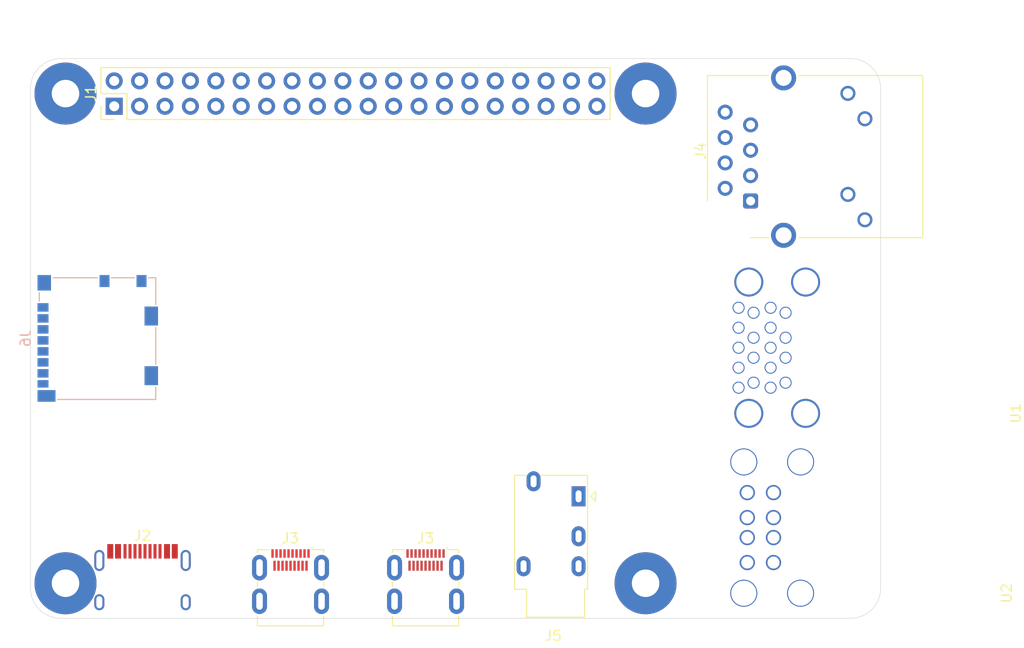
<source format=kicad_pcb>
(kicad_pcb (version 20171130) (host pcbnew "(5.1.9)-1")

  (general
    (thickness 1.6)
    (drawings 8)
    (tracks 4)
    (zones 0)
    (modules 9)
    (nets 21)
  )

  (page A4)
  (layers
    (0 F.Cu signal)
    (31 B.Cu signal)
    (32 B.Adhes user)
    (33 F.Adhes user)
    (34 B.Paste user)
    (35 F.Paste user)
    (36 B.SilkS user)
    (37 F.SilkS user)
    (38 B.Mask user)
    (39 F.Mask user)
    (40 Dwgs.User user)
    (41 Cmts.User user)
    (42 Eco1.User user)
    (43 Eco2.User user)
    (44 Edge.Cuts user)
    (45 Margin user)
    (46 B.CrtYd user)
    (47 F.CrtYd user)
    (48 B.Fab user)
    (49 F.Fab user)
  )

  (setup
    (last_trace_width 0.25)
    (trace_clearance 0.2)
    (zone_clearance 0.508)
    (zone_45_only no)
    (trace_min 0.2)
    (via_size 0.8)
    (via_drill 0.4)
    (via_min_size 0.4)
    (via_min_drill 0.3)
    (uvia_size 0.3)
    (uvia_drill 0.1)
    (uvias_allowed no)
    (uvia_min_size 0.2)
    (uvia_min_drill 0.1)
    (edge_width 0.05)
    (segment_width 0.2)
    (pcb_text_width 0.3)
    (pcb_text_size 1.5 1.5)
    (mod_edge_width 0.12)
    (mod_text_size 1 1)
    (mod_text_width 0.15)
    (pad_size 1.524 1.524)
    (pad_drill 0.762)
    (pad_to_mask_clearance 0)
    (aux_axis_origin 0 0)
    (visible_elements 7FFFFFFF)
    (pcbplotparams
      (layerselection 0x010fc_ffffffff)
      (usegerberextensions false)
      (usegerberattributes true)
      (usegerberadvancedattributes true)
      (creategerberjobfile true)
      (excludeedgelayer true)
      (linewidth 0.100000)
      (plotframeref false)
      (viasonmask false)
      (mode 1)
      (useauxorigin false)
      (hpglpennumber 1)
      (hpglpenspeed 20)
      (hpglpendiameter 15.000000)
      (psnegative false)
      (psa4output false)
      (plotreference true)
      (plotvalue true)
      (plotinvisibletext false)
      (padsonsilk false)
      (subtractmaskfromsilk false)
      (outputformat 1)
      (mirror false)
      (drillshape 1)
      (scaleselection 1)
      (outputdirectory ""))
  )

  (net 0 "")
  (net 1 "Net-(J3-Pad18)")
  (net 2 "Net-(J3-Pad16)")
  (net 3 "Net-(J3-Pad14)")
  (net 4 "Net-(J3-Pad12)")
  (net 5 "Net-(J3-Pad10)")
  (net 6 "Net-(J3-Pad8)")
  (net 7 "Net-(J3-Pad6)")
  (net 8 "Net-(J3-Pad4)")
  (net 9 "Net-(J3-Pad2)")
  (net 10 "Net-(J3-Pad19)")
  (net 11 "Net-(J3-Pad17)")
  (net 12 "Net-(J3-Pad15)")
  (net 13 "Net-(J3-Pad13)")
  (net 14 "Net-(J3-Pad11)")
  (net 15 "Net-(J3-Pad9)")
  (net 16 "Net-(J3-Pad7)")
  (net 17 "Net-(J3-Pad5)")
  (net 18 "Net-(J3-Pad3)")
  (net 19 "Net-(J3-Pad1)")
  (net 20 "Net-(J3-PadSH)")

  (net_class Default "This is the default net class."
    (clearance 0.2)
    (trace_width 0.25)
    (via_dia 0.8)
    (via_drill 0.4)
    (uvia_dia 0.3)
    (uvia_drill 0.1)
    (add_net "Net-(J1-Pad1)")
    (add_net "Net-(J1-Pad10)")
    (add_net "Net-(J1-Pad11)")
    (add_net "Net-(J1-Pad12)")
    (add_net "Net-(J1-Pad13)")
    (add_net "Net-(J1-Pad14)")
    (add_net "Net-(J1-Pad15)")
    (add_net "Net-(J1-Pad16)")
    (add_net "Net-(J1-Pad17)")
    (add_net "Net-(J1-Pad18)")
    (add_net "Net-(J1-Pad19)")
    (add_net "Net-(J1-Pad2)")
    (add_net "Net-(J1-Pad20)")
    (add_net "Net-(J1-Pad21)")
    (add_net "Net-(J1-Pad22)")
    (add_net "Net-(J1-Pad23)")
    (add_net "Net-(J1-Pad24)")
    (add_net "Net-(J1-Pad25)")
    (add_net "Net-(J1-Pad26)")
    (add_net "Net-(J1-Pad27)")
    (add_net "Net-(J1-Pad28)")
    (add_net "Net-(J1-Pad29)")
    (add_net "Net-(J1-Pad3)")
    (add_net "Net-(J1-Pad30)")
    (add_net "Net-(J1-Pad31)")
    (add_net "Net-(J1-Pad32)")
    (add_net "Net-(J1-Pad33)")
    (add_net "Net-(J1-Pad34)")
    (add_net "Net-(J1-Pad35)")
    (add_net "Net-(J1-Pad36)")
    (add_net "Net-(J1-Pad37)")
    (add_net "Net-(J1-Pad38)")
    (add_net "Net-(J1-Pad39)")
    (add_net "Net-(J1-Pad4)")
    (add_net "Net-(J1-Pad40)")
    (add_net "Net-(J1-Pad5)")
    (add_net "Net-(J1-Pad6)")
    (add_net "Net-(J1-Pad7)")
    (add_net "Net-(J1-Pad8)")
    (add_net "Net-(J1-Pad9)")
    (add_net "Net-(J2-Pad1)")
    (add_net "Net-(J2-Pad10)")
    (add_net "Net-(J2-Pad11)")
    (add_net "Net-(J2-Pad12)")
    (add_net "Net-(J2-Pad2)")
    (add_net "Net-(J2-Pad3)")
    (add_net "Net-(J2-Pad4)")
    (add_net "Net-(J2-Pad5)")
    (add_net "Net-(J2-Pad6)")
    (add_net "Net-(J2-Pad7)")
    (add_net "Net-(J2-Pad8)")
    (add_net "Net-(J2-Pad9)")
    (add_net "Net-(J3-Pad1)")
    (add_net "Net-(J3-Pad10)")
    (add_net "Net-(J3-Pad11)")
    (add_net "Net-(J3-Pad12)")
    (add_net "Net-(J3-Pad13)")
    (add_net "Net-(J3-Pad14)")
    (add_net "Net-(J3-Pad15)")
    (add_net "Net-(J3-Pad16)")
    (add_net "Net-(J3-Pad17)")
    (add_net "Net-(J3-Pad18)")
    (add_net "Net-(J3-Pad19)")
    (add_net "Net-(J3-Pad2)")
    (add_net "Net-(J3-Pad3)")
    (add_net "Net-(J3-Pad4)")
    (add_net "Net-(J3-Pad5)")
    (add_net "Net-(J3-Pad6)")
    (add_net "Net-(J3-Pad7)")
    (add_net "Net-(J3-Pad8)")
    (add_net "Net-(J3-Pad9)")
    (add_net "Net-(J3-PadSH)")
    (add_net "Net-(J4-Pad1)")
    (add_net "Net-(J4-Pad10)")
    (add_net "Net-(J4-Pad11)")
    (add_net "Net-(J4-Pad12)")
    (add_net "Net-(J4-Pad2)")
    (add_net "Net-(J4-Pad3)")
    (add_net "Net-(J4-Pad4)")
    (add_net "Net-(J4-Pad5)")
    (add_net "Net-(J4-Pad6)")
    (add_net "Net-(J4-Pad7)")
    (add_net "Net-(J4-Pad8)")
    (add_net "Net-(J4-Pad9)")
    (add_net "Net-(J5-PadR1)")
    (add_net "Net-(J5-PadR2)")
    (add_net "Net-(J5-PadS)")
    (add_net "Net-(J5-PadT)")
    (add_net "Net-(J6-Pad1)")
    (add_net "Net-(J6-Pad2)")
    (add_net "Net-(J6-Pad3)")
    (add_net "Net-(J6-Pad4)")
    (add_net "Net-(J6-Pad5)")
    (add_net "Net-(J6-Pad6)")
    (add_net "Net-(J6-Pad7)")
    (add_net "Net-(J6-Pad8)")
    (add_net "Net-(J6-Pad9)")
    (add_net "Net-(U1-Pad1)")
    (add_net "Net-(U1-Pad10)")
    (add_net "Net-(U1-Pad11)")
    (add_net "Net-(U1-Pad12)")
    (add_net "Net-(U1-Pad13)")
    (add_net "Net-(U1-Pad14)")
    (add_net "Net-(U1-Pad15)")
    (add_net "Net-(U1-Pad16)")
    (add_net "Net-(U1-Pad17)")
    (add_net "Net-(U1-Pad18)")
    (add_net "Net-(U1-Pad2)")
    (add_net "Net-(U1-Pad3)")
    (add_net "Net-(U1-Pad4)")
    (add_net "Net-(U1-Pad5)")
    (add_net "Net-(U1-Pad6)")
    (add_net "Net-(U1-Pad7)")
    (add_net "Net-(U1-Pad8)")
    (add_net "Net-(U1-Pad9)")
    (add_net "Net-(U2-PadA1)")
    (add_net "Net-(U2-PadA2)")
    (add_net "Net-(U2-PadA3)")
    (add_net "Net-(U2-PadA4)")
    (add_net "Net-(U2-PadB1)")
    (add_net "Net-(U2-PadB2)")
    (add_net "Net-(U2-PadB3)")
    (add_net "Net-(U2-PadB4)")
  )

  (module Connector_Card:microSD_HC_Molex_104031-0811 (layer B.Cu) (tedit 5D235007) (tstamp 606B59AB)
    (at 6.7 -28 270)
    (descr "1.10mm Pitch microSD Memory Card Connector, Surface Mount, Push-Pull Type, 1.42mm Height, with Detect Switch (https://www.molex.com/pdm_docs/sd/1040310811_sd.pdf)")
    (tags "microSD SD molex")
    (path /606B8FA6)
    (attr smd)
    (fp_text reference J6 (at 0 7.18 270) (layer B.SilkS)
      (effects (font (size 1 1) (thickness 0.15)) (justify mirror))
    )
    (fp_text value Micro_SD_Card (at 0 -7.39 270) (layer B.Fab)
      (effects (font (size 1 1) (thickness 0.15)) (justify mirror))
    )
    (fp_arc (start -4.905 9.2) (end -4.905 9.7) (angle 90) (layer B.Fab) (width 0.1))
    (fp_arc (start 5.095 9.2) (end 5.595 9.2) (angle 90) (layer B.Fab) (width 0.1))
    (fp_arc (start 5.2 5.4) (end 5.2 5.7) (angle 90) (layer B.Fab) (width 0.1))
    (fp_arc (start 4.4 4.8) (end 4.4 4.3) (angle 90) (layer B.Fab) (width 0.1))
    (fp_arc (start -3.26 4.8) (end -3.26 4.3) (angle -90) (layer B.Fab) (width 0.1))
    (fp_arc (start -4.26 5.2) (end -3.76 5.2) (angle 90) (layer B.Fab) (width 0.1))
    (fp_text user %R (at 0 0 270) (layer B.Fab)
      (effects (font (size 1 1) (thickness 0.15)) (justify mirror))
    )
    (fp_line (start -4.59 5.82) (end -3.73 5.82) (layer B.SilkS) (width 0.12))
    (fp_line (start 6.11 -5.82) (end 6.11 4) (layer B.SilkS) (width 0.12))
    (fp_line (start 4.88 -5.82) (end 6.11 -5.82) (layer B.SilkS) (width 0.12))
    (fp_line (start -1.09 -5.82) (end 2.58 -5.82) (layer B.SilkS) (width 0.12))
    (fp_line (start -6.07 -5.82) (end -3.39 -5.82) (layer B.SilkS) (width 0.12))
    (fp_line (start -6.07 -5.1) (end -6.07 -5.82) (layer B.SilkS) (width 0.12))
    (fp_line (start -6.07 -1.4) (end -6.07 -3.7) (layer B.SilkS) (width 0.12))
    (fp_line (start -6.07 4.45) (end -6.07 0) (layer B.SilkS) (width 0.12))
    (fp_line (start -4.905 9.7) (end 5.095 9.7) (layer B.Fab) (width 0.1))
    (fp_line (start 4.9 5.4) (end 4.9 4.8) (layer B.Fab) (width 0.1))
    (fp_line (start -5.955 5.7) (end -4.26 5.7) (layer B.Fab) (width 0.1))
    (fp_line (start -3.76 4.8) (end -3.76 5.2) (layer B.Fab) (width 0.1))
    (fp_line (start 4.4 4.3) (end -3.26 4.3) (layer B.Fab) (width 0.1))
    (fp_line (start 5.995 -5.7) (end -5.955 -5.7) (layer B.Fab) (width 0.1))
    (fp_line (start -5.955 5.7) (end -5.955 -5.7) (layer B.Fab) (width 0.1))
    (fp_line (start 5.995 5.7) (end 5.21 5.7) (layer B.Fab) (width 0.1))
    (fp_line (start 5.995 -5.7) (end 5.995 5.7) (layer B.Fab) (width 0.1))
    (fp_line (start 5.595 5.7) (end 5.595 9.2) (layer B.Fab) (width 0.1))
    (fp_line (start -5.405 9.2) (end -5.405 5.7) (layer B.Fab) (width 0.1))
    (fp_line (start 6.84 -6.55) (end -6.84 -6.55) (layer B.CrtYd) (width 0.05))
    (fp_line (start -6.84 -6.55) (end -6.84 6.5) (layer B.CrtYd) (width 0.05))
    (fp_line (start -6.84 6.5) (end 6.84 6.5) (layer B.CrtYd) (width 0.05))
    (fp_line (start 6.84 6.5) (end 6.84 -6.55) (layer B.CrtYd) (width 0.05))
    (pad 11 smd rect (at 3.73 -5.375 270) (size 1.9 1.35) (layers B.Cu B.Paste B.Mask))
    (pad 11 smd rect (at -2.24 -5.375 270) (size 1.9 1.35) (layers B.Cu B.Paste B.Mask))
    (pad 9 smd rect (at -5.74 -0.7 270) (size 1.2 1) (layers B.Cu B.Paste B.Mask))
    (pad 10 smd rect (at -5.74 -4.4 270) (size 1.2 1) (layers B.Cu B.Paste B.Mask))
    (pad 11 smd rect (at -5.565 5.325 270) (size 1.55 1.35) (layers B.Cu B.Paste B.Mask))
    (pad 11 smd rect (at 5.755 5.1 270) (size 1.17 1.8) (layers B.Cu B.Paste B.Mask))
    (pad 7 smd rect (at 3.495 5.45 270) (size 0.85 1.1) (layers B.Cu B.Paste B.Mask))
    (pad 6 smd rect (at 2.395 5.45 270) (size 0.85 1.1) (layers B.Cu B.Paste B.Mask))
    (pad 5 smd rect (at 1.295 5.45 270) (size 0.85 1.1) (layers B.Cu B.Paste B.Mask))
    (pad 4 smd rect (at 0.195 5.45 270) (size 0.85 1.1) (layers B.Cu B.Paste B.Mask))
    (pad 3 smd rect (at -0.905 5.45 270) (size 0.85 1.1) (layers B.Cu B.Paste B.Mask))
    (pad 2 smd rect (at -2.005 5.45 270) (size 0.85 1.1) (layers B.Cu B.Paste B.Mask))
    (pad 8 smd rect (at 4.545 5.45 270) (size 0.75 1.1) (layers B.Cu B.Paste B.Mask))
    (pad 1 smd rect (at -3.105 5.45 270) (size 0.85 1.1) (layers B.Cu B.Paste B.Mask))
    (model ${KISYS3DMOD}/Connector_Card.3dshapes/microSD_HC_Hirose_DM3D-SF.step
      (at (xyz 0 0 0))
      (scale (xyz 1 1 1))
      (rotate (xyz 0 0 180))
    )
  )

  (module Connector_Audio:Jack_3.5mm_PJ320E_Horizontal (layer F.Cu) (tedit 5BC12BA2) (tstamp 606B4BEF)
    (at 54.8 -12.2 180)
    (descr "Headphones with microphone connector, 3.5mm, 4 pins (http://www.qingpu-electronics.com/en/products/WQP-PJ320E-177.html)")
    (tags "3.5mm jack mic microphone phones headphones 4pins audio plug")
    (path /606B70D8)
    (fp_text reference J5 (at 2.54 -13.97) (layer F.SilkS)
      (effects (font (size 1 1) (thickness 0.15)))
    )
    (fp_text value AudioJack4_Ground (at 2.54 5.08) (layer F.Fab)
      (effects (font (size 1 1) (thickness 0.15)))
    )
    (fp_text user %R (at 2.54 -13.97) (layer F.Fab)
      (effects (font (size 1 1) (thickness 0.15)))
    )
    (fp_line (start -1.7 0.5) (end -1.2 0) (layer F.SilkS) (width 0.12))
    (fp_line (start -1.7 -0.5) (end -1.7 0.5) (layer F.SilkS) (width 0.12))
    (fp_line (start -1.2 0) (end -1.7 -0.5) (layer F.SilkS) (width 0.12))
    (fp_line (start 3.7 2) (end -0.8 2) (layer F.Fab) (width 0.1))
    (fp_line (start -0.8 2) (end -0.8 -9.2) (layer F.Fab) (width 0.1))
    (fp_line (start -0.8 -9.2) (end -0.5 -9.2) (layer F.Fab) (width 0.1))
    (fp_line (start -0.5 -9.2) (end -0.5 -12) (layer F.Fab) (width 0.1))
    (fp_line (start -0.5 -12) (end 5.1 -12) (layer F.Fab) (width 0.1))
    (fp_line (start 5.1 -12) (end 5.1 -9.2) (layer F.Fab) (width 0.1))
    (fp_line (start 5.1 -9.2) (end 6.3 -9.2) (layer F.Fab) (width 0.1))
    (fp_line (start 6.3 -9.2) (end 6.3 2) (layer F.Fab) (width 0.1))
    (fp_line (start 6.3 2) (end 5.3 2) (layer F.Fab) (width 0.1))
    (fp_line (start -0.9 -9.3) (end -0.9 2.1) (layer F.SilkS) (width 0.12))
    (fp_line (start -0.9 2.1) (end 3.7 2.1) (layer F.SilkS) (width 0.12))
    (fp_line (start 6.4 2.1) (end 5.3 2.1) (layer F.SilkS) (width 0.12))
    (fp_line (start -1.3 3) (end 6.8 3) (layer F.CrtYd) (width 0.05))
    (fp_line (start -1.3 -12.5) (end -1.3 3) (layer F.CrtYd) (width 0.05))
    (fp_line (start 6.8 -12.5) (end 6.8 3) (layer F.CrtYd) (width 0.05))
    (fp_line (start 5.2 -9.3) (end 6.4 -9.3) (layer F.SilkS) (width 0.12))
    (fp_line (start -0.9 -9.3) (end -0.6 -9.3) (layer F.SilkS) (width 0.12))
    (fp_line (start 5.2 -12.1) (end -0.6 -12.1) (layer F.SilkS) (width 0.12))
    (fp_line (start 6.4 -9.3) (end 6.4 2.1) (layer F.SilkS) (width 0.12))
    (fp_line (start 5.2 -9.3) (end 5.2 -12.1) (layer F.SilkS) (width 0.12))
    (fp_line (start -0.6 -9.3) (end -0.6 -12.1) (layer F.SilkS) (width 0.12))
    (fp_line (start -1.3 -12.5) (end 6.8 -12.5) (layer F.CrtYd) (width 0.05))
    (fp_circle (center 0.9 0) (end 1.2 0.15) (layer F.Fab) (width 0.12))
    (pad "" np_thru_hole circle (at 2.3 1.3 90) (size 1.2 1.2) (drill 1.2) (layers *.Cu *.Mask))
    (pad "" np_thru_hole circle (at 2.3 -5.7 90) (size 1.2 1.2) (drill 1.2) (layers *.Cu *.Mask))
    (pad R2 thru_hole oval (at 0 -7 90) (size 2 1.4) (drill oval 1.2 0.6) (layers *.Cu *.Mask))
    (pad R1 thru_hole oval (at 0 -4 90) (size 2 1.4) (drill oval 1.2 0.6) (layers *.Cu *.Mask))
    (pad T thru_hole rect (at 0 0 90) (size 2 1.4) (drill oval 1.2 0.6) (layers *.Cu *.Mask))
    (pad S thru_hole oval (at 4.5 1.5 90) (size 2 1.4) (drill oval 1.2 0.6) (layers *.Cu *.Mask))
    (pad "" thru_hole oval (at 5.5 -7 90) (size 2 1.4) (drill oval 1.2 0.6) (layers *.Cu *.Mask))
    (model ${KISYS3DMOD}/Connector_Audio.3dshapes/Jack_3.5mm_PJ320E_Horizontal.wrl
      (at (xyz 0 0 0))
      (scale (xyz 1 1 1))
      (rotate (xyz 0 0 0))
    )
  )

  (module Kicad_Library:MOLEX_USB_2_0_HUB (layer F.Cu) (tedit 606B3089) (tstamp 606B3B13)
    (at 73 -9 90)
    (path /606B3CCF)
    (fp_text reference U2 (at -6.5 24.6 90) (layer F.SilkS)
      (effects (font (size 1 1) (thickness 0.15)))
    )
    (fp_text value USB_2_0_HUB (at -6.5 23.6 90) (layer F.Fab)
      (effects (font (size 1 1) (thickness 0.15)))
    )
    (pad "" thru_hole circle (at 6.64 4 90) (size 2.7 2.7) (drill 2.5) (layers *.Cu *.Mask))
    (pad "" thru_hole circle (at -6.5 4 90) (size 2.7 2.7) (drill 2.5) (layers *.Cu *.Mask))
    (pad "" thru_hole circle (at -6.5 -1.68 90) (size 2.7 2.7) (drill 2.5) (layers *.Cu *.Mask))
    (pad "" thru_hole circle (at 6.64 -1.68 90) (size 2.7 2.7) (drill 2.5) (layers *.Cu *.Mask))
    (pad B4 thru_hole circle (at 3.57 1.29 90) (size 1.524 1.524) (drill 1.2) (layers *.Cu *.Mask))
    (pad B3 thru_hole circle (at 1.07 1.29 90) (size 1.524 1.524) (drill 1.2) (layers *.Cu *.Mask))
    (pad B2 thru_hole circle (at -0.93 1.29 90) (size 1.524 1.524) (drill 1.2) (layers *.Cu *.Mask))
    (pad B1 thru_hole circle (at -3.43 1.29 90) (size 1.524 1.524) (drill 1.2) (layers *.Cu *.Mask))
    (pad A4 thru_hole circle (at 3.57 -1.33 90) (size 1.524 1.524) (drill 1.2) (layers *.Cu *.Mask))
    (pad A3 thru_hole circle (at 1.07 -1.33 90) (size 1.524 1.524) (drill 1.2) (layers *.Cu *.Mask))
    (pad A2 thru_hole circle (at -0.93 -1.33 90) (size 1.524 1.524) (drill 1.2) (layers *.Cu *.Mask))
    (pad A1 thru_hole circle (at -3.43 -1.33 90) (size 1.524 1.524) (drill 1.2) (layers *.Cu *.Mask))
    (model ${KIPRJMOD}/hub_USB.stp
      (offset (xyz 0 -13.75 8))
      (scale (xyz 1 1 1))
      (rotate (xyz -90 0 180))
    )
  )

  (module Kicad_Library:MOLES_USB_3_0_HUB (layer F.Cu) (tedit 606B33F8) (tstamp 606B3B03)
    (at 73 -27 90)
    (path /606B43ED)
    (fp_text reference U1 (at -6.5 25.5 90) (layer F.SilkS)
      (effects (font (size 1 1) (thickness 0.15)))
    )
    (fp_text value USB_3_0_HUB (at -6.5 24.5 90) (layer F.Fab)
      (effects (font (size 1 1) (thickness 0.15)))
    )
    (pad 18 thru_hole circle (at -3.93 -2.2 90) (size 1.2 1.2) (drill 1) (layers *.Cu *.Mask))
    (pad 17 thru_hole circle (at -1.93 -2.2 90) (size 1.2 1.2) (drill 1) (layers *.Cu *.Mask))
    (pad 16 thru_hole circle (at 0.07 -2.2 90) (size 1.2 1.2) (drill 1) (layers *.Cu *.Mask))
    (pad 15 thru_hole circle (at 2.07 -2.2 90) (size 1.2 1.2) (drill 1) (layers *.Cu *.Mask))
    (pad 14 thru_hole circle (at 4.07 -2.2 90) (size 1.2 1.2) (drill 1) (layers *.Cu *.Mask))
    (pad 13 thru_hole circle (at 3.57 -0.7 90) (size 1.2 1.2) (drill 1) (layers *.Cu *.Mask))
    (pad 12 thru_hole circle (at 1.07 -0.7 90) (size 1.2 1.2) (drill 1) (layers *.Cu *.Mask))
    (pad 11 thru_hole circle (at -0.93 -0.7 90) (size 1.2 1.2) (drill 1) (layers *.Cu *.Mask))
    (pad 10 thru_hole circle (at -3.43 -0.7 90) (size 1.2 1.2) (drill 1) (layers *.Cu *.Mask))
    (pad 9 thru_hole circle (at -3.93 1 90) (size 1.2 1.2) (drill 1) (layers *.Cu *.Mask))
    (pad 8 thru_hole circle (at -1.93 1 90) (size 1.2 1.2) (drill 1) (layers *.Cu *.Mask))
    (pad 7 thru_hole circle (at 0.07 1 90) (size 1.2 1.2) (drill 1) (layers *.Cu *.Mask))
    (pad 6 thru_hole circle (at 2.07 1 90) (size 1.2 1.2) (drill 1) (layers *.Cu *.Mask))
    (pad 5 thru_hole circle (at 4.07 1 90) (size 1.2 1.2) (drill 1) (layers *.Cu *.Mask))
    (pad 4 thru_hole circle (at 3.57 2.5 90) (size 1.2 1.2) (drill 1) (layers *.Cu *.Mask))
    (pad 3 thru_hole circle (at 1.07 2.5 90) (size 1.2 1.2) (drill 1) (layers *.Cu *.Mask))
    (pad 2 thru_hole circle (at -0.93 2.5 90) (size 1.2 1.2) (drill 1) (layers *.Cu *.Mask))
    (pad 1 thru_hole circle (at -3.43 2.5 90) (size 1.2 1.2) (drill 1) (layers *.Cu *.Mask))
    (pad "" thru_hole circle (at 6.64 4.5 90) (size 2.9 2.9) (drill 2.5) (layers *.Cu *.Mask))
    (pad "" thru_hole circle (at -6.5 4.5 90) (size 2.9 2.9) (drill 2.5) (layers *.Cu *.Mask))
    (pad "" thru_hole circle (at 6.64 -1.18 90) (size 2.9 2.9) (drill 2.5) (layers *.Cu *.Mask))
    (pad "" thru_hole circle (at -6.5 -1.18 90) (size 2.9 2.9) (drill 2.5) (layers *.Cu *.Mask))
    (model ${KIPRJMOD}/usb_3_0.stp
      (offset (xyz -6.5 -13.75 0))
      (scale (xyz 1 1 1))
      (rotate (xyz 0 90 0))
    )
  )

  (module Connector_RJ:RJ45_Cetus_J1B1211CCD_Horizontal (layer F.Cu) (tedit 5BBCB15F) (tstamp 606B8903)
    (at 72 -41.75 90)
    (descr "1 Port RJ45 Magjack Connector Through Hole 10/100 Base-T, Cetus, used and distributed by WIZnet (https://wizwiki.net/wiki/lib/exe/fetch.php?media=products:wiz550web:wiz550webds_kr:j1b1211ccd.pdf)")
    (tags "RJ45 Magjack")
    (path /606B2596)
    (fp_text reference J4 (at 5 -5 90) (layer F.SilkS)
      (effects (font (size 1 1) (thickness 0.15)))
    )
    (fp_text value RJ45_LED (at 4.445 18 90) (layer F.Fab)
      (effects (font (size 1 1) (thickness 0.15)))
    )
    (fp_line (start -4.06 17.6) (end 12.95 17.6) (layer F.CrtYd) (width 0.05))
    (fp_line (start -4.06 -4.7) (end 12.95 -4.7) (layer F.CrtYd) (width 0.05))
    (fp_line (start 12.95 1.45) (end 14.07 2.57) (layer F.CrtYd) (width 0.05))
    (fp_line (start 12.95 5.14) (end 12.95 17.6) (layer F.CrtYd) (width 0.05))
    (fp_line (start 14.07 4.02) (end 12.95 5.14) (layer F.CrtYd) (width 0.05))
    (fp_line (start 12.95 1.45) (end 12.95 -4.7) (layer F.CrtYd) (width 0.05))
    (fp_line (start 14.07 4.02) (end 14.07 2.57) (layer F.CrtYd) (width 0.05))
    (fp_line (start -4.06 1.45) (end -4.06 -4.7) (layer F.CrtYd) (width 0.05))
    (fp_line (start -5.18 4.02) (end -4.06 5.14) (layer F.CrtYd) (width 0.05))
    (fp_line (start -4.06 1.45) (end -5.18 2.57) (layer F.CrtYd) (width 0.05))
    (fp_line (start -5.18 4.02) (end -5.18 2.57) (layer F.CrtYd) (width 0.05))
    (fp_line (start -4.06 5.14) (end -4.06 17.6) (layer F.CrtYd) (width 0.05))
    (fp_line (start 12.56 4.79) (end 12.56 17.21) (layer F.SilkS) (width 0.12))
    (fp_line (start 12.56 17.21) (end -3.67 17.21) (layer F.SilkS) (width 0.12))
    (fp_line (start -3.67 4.8) (end -3.67 17.21) (layer F.SilkS) (width 0.12))
    (fp_line (start -3.67 0) (end -3.67 1.81) (layer F.SilkS) (width 0.12))
    (fp_line (start 12.56 -4.31) (end 12.56 1.81) (layer F.SilkS) (width 0.12))
    (fp_line (start 0 -4.31) (end 12.56 -4.31) (layer F.SilkS) (width 0.12))
    (fp_line (start -2.555 0) (end -3.555 1) (layer F.Fab) (width 0.1))
    (fp_line (start -2.555 0) (end -3.555 -1) (layer F.Fab) (width 0.1))
    (fp_line (start -3.555 -4.2) (end -3.555 -1) (layer F.Fab) (width 0.1))
    (fp_line (start -3.555 17.1) (end 12.445 17.1) (layer F.Fab) (width 0.1))
    (fp_line (start 12.445 -4.2) (end 12.445 17.1) (layer F.Fab) (width 0.1))
    (fp_line (start -3.555 -4.2) (end 12.445 -4.2) (layer F.Fab) (width 0.1))
    (fp_line (start -3.555 1) (end -3.555 17.1) (layer F.Fab) (width 0.1))
    (fp_text user %R (at 4 16 90) (layer F.Fab)
      (effects (font (size 1 1) (thickness 0.15)))
    )
    (pad 11 thru_hole circle (at 8.23 11.43 90) (size 1.5 1.5) (drill 1.02) (layers *.Cu *.Mask))
    (pad 12 thru_hole circle (at 10.77 9.73 90) (size 1.5 1.5) (drill 1.02) (layers *.Cu *.Mask))
    (pad 10 thru_hole circle (at 0.66 9.73 90) (size 1.5 1.5) (drill 1.02) (layers *.Cu *.Mask))
    (pad 9 thru_hole circle (at -1.88 11.43 90) (size 1.5 1.5) (drill 1.02) (layers *.Cu *.Mask))
    (pad 13 thru_hole circle (at 12.32 3.3 90) (size 2.5 2.5) (drill 1.6) (layers *.Cu *.Mask))
    (pad 8 thru_hole circle (at 8.89 -2.54 90) (size 1.5 1.5) (drill 0.9) (layers *.Cu *.Mask))
    (pad 13 thru_hole circle (at -3.43 3.3 90) (size 2.5 2.5) (drill 1.6) (layers *.Cu *.Mask))
    (pad 7 thru_hole circle (at 7.62 0 90) (size 1.5 1.5) (drill 0.9) (layers *.Cu *.Mask))
    (pad 6 thru_hole circle (at 6.35 -2.54 90) (size 1.5 1.5) (drill 0.9) (layers *.Cu *.Mask))
    (pad 5 thru_hole circle (at 5.08 0 90) (size 1.5 1.5) (drill 0.9) (layers *.Cu *.Mask))
    (pad 4 thru_hole circle (at 3.81 -2.54 90) (size 1.5 1.5) (drill 0.9) (layers *.Cu *.Mask))
    (pad 3 thru_hole circle (at 2.54 0 90) (size 1.5 1.5) (drill 0.9) (layers *.Cu *.Mask))
    (pad 2 thru_hole circle (at 1.27 -2.54 90) (size 1.5 1.5) (drill 0.9) (layers *.Cu *.Mask))
    (pad 1 thru_hole roundrect (at 0 0 90) (size 1.5 1.5) (drill 0.9) (layers *.Cu *.Mask) (roundrect_rratio 0.167))
    (pad "" np_thru_hole circle (at -1.27 6.35 90) (size 3.25 3.25) (drill 3.25) (layers *.Cu *.Mask))
    (pad "" np_thru_hole circle (at 10.16 6.35 90) (size 3.25 3.25) (drill 3.25) (layers *.Cu *.Mask))
    (model ${KISYS3DMOD}/Connector_RJ.3dshapes/RJ45_Cetus_J1B1211CCD.wrl
      (at (xyz 0 0 0))
      (scale (xyz 1 1 1))
      (rotate (xyz 0 0 0))
    )
    (model ${KIPRJMOD}/432028816.stp
      (offset (xyz 4.5 3.95 0))
      (scale (xyz 1 1 1))
      (rotate (xyz -90 0 0))
    )
  )

  (module Connector_HDMI:HDMI_Micro-D_Molex_46765-1x01 (layer F.Cu) (tedit 5A16B616) (tstamp 606BDCB8)
    (at 39.5 -1.7)
    (descr "HDMI, Micro, Type D, THT, 0.4mm pitch, 19 ckt, right angle (http://www.molex.com/pdm_docs/sd/467651301_sd.pdf)")
    (tags "hdmi micro type d right angle tht")
    (path /606C2836)
    (attr smd)
    (fp_text reference J3 (at 0 -6.3) (layer F.SilkS)
      (effects (font (size 1 1) (thickness 0.15)))
    )
    (fp_text value HDMI_D_1.4 (at 0 3.6) (layer F.Fab)
      (effects (font (size 1 1) (thickness 0.15)))
    )
    (fp_line (start 1.8 -4.6) (end 1.3 -5.1) (layer B.Fab) (width 0.1))
    (fp_line (start 1.8 -4.6) (end 2.3 -5.1) (layer F.Fab) (width 0.1))
    (fp_line (start -3.31 2.46) (end 3.31 2.46) (layer F.SilkS) (width 0.12))
    (fp_line (start 2.35 -2.64) (end 2.35 1.7) (layer Dwgs.User) (width 0.1))
    (fp_line (start -2.35 -2.64) (end 2.35 -2.64) (layer Dwgs.User) (width 0.1))
    (fp_line (start -2.35 1.7) (end -2.35 -2.64) (layer Dwgs.User) (width 0.1))
    (fp_line (start -3 1.7) (end 3 1.7) (layer Dwgs.User) (width 0.1))
    (fp_line (start 4.4 -5.7) (end -4.4 -5.7) (layer F.CrtYd) (width 0.05))
    (fp_line (start 4.4 2.9) (end 4.4 -5.7) (layer F.CrtYd) (width 0.05))
    (fp_line (start -4.4 2.9) (end 4.4 2.9) (layer F.CrtYd) (width 0.05))
    (fp_line (start -4.4 -5.7) (end -4.4 2.9) (layer F.CrtYd) (width 0.05))
    (fp_line (start 3.31 1.5) (end 3.31 2.46) (layer F.SilkS) (width 0.12))
    (fp_line (start 3.31 -1.9) (end 3.31 -1.5) (layer F.SilkS) (width 0.15))
    (fp_line (start 3.31 -5.16) (end 3.31 -4.85) (layer F.SilkS) (width 0.12))
    (fp_line (start -3.31 -5.16) (end -2.15 -5.16) (layer F.SilkS) (width 0.12))
    (fp_line (start -3.31 -4.85) (end -3.31 -5.16) (layer F.SilkS) (width 0.12))
    (fp_line (start -3.31 -1.5) (end -3.31 -1.9) (layer F.SilkS) (width 0.12))
    (fp_line (start -3.31 2.46) (end -3.31 1.5) (layer F.SilkS) (width 0.12))
    (fp_line (start -3.25 2.4) (end -3.25 -5.1) (layer F.Fab) (width 0.1))
    (fp_line (start 3.25 2.4) (end -3.25 2.4) (layer F.Fab) (width 0.1))
    (fp_line (start 3.25 -5.1) (end 3.25 2.4) (layer F.Fab) (width 0.1))
    (fp_line (start 2.3 -5.1) (end 3.25 -5.1) (layer F.Fab) (width 0.1))
    (fp_line (start 2.15 -5.16) (end 3.31 -5.16) (layer F.SilkS) (width 0.12))
    (fp_line (start 1.65 1.7) (end 2.35 1) (layer Dwgs.User) (width 0.1))
    (fp_line (start 0.65 1.7) (end 2.35 0) (layer Dwgs.User) (width 0.1))
    (fp_line (start -2.35 0.7) (end 0.99 -2.64) (layer Dwgs.User) (width 0.1))
    (fp_line (start -2.35 -0.3) (end -0.01 -2.64) (layer Dwgs.User) (width 0.1))
    (fp_line (start -2.35 -1.3) (end -1.01 -2.64) (layer Dwgs.User) (width 0.1))
    (fp_line (start -0.35 1.7) (end 2.35 -1) (layer Dwgs.User) (width 0.1))
    (fp_line (start -1.35 1.7) (end 2.35 -2) (layer Dwgs.User) (width 0.1))
    (fp_line (start -2.35 1.7) (end 1.99 -2.64) (layer Dwgs.User) (width 0.1))
    (fp_line (start 2.15 -5.16) (end 2.15 -5.36) (layer F.SilkS) (width 0.12))
    (fp_line (start -3.25 -5.1) (end 1.3 -5.1) (layer F.Fab) (width 0.1))
    (fp_text user KEEPOUT (at 0 -0.47) (layer Cmts.User)
      (effects (font (size 0.7 0.7) (thickness 0.1)))
    )
    (fp_text user %R (at 0 -3.3) (layer F.Fab)
      (effects (font (size 1 1) (thickness 0.15)))
    )
    (pad SH thru_hole oval (at -3.1 0) (size 1.5 2.55) (drill oval 0.65 1.7) (layers *.Cu *.Mask)
      (net 20 "Net-(J3-PadSH)"))
    (pad SH thru_hole oval (at 3.1 0) (size 1.5 2.55) (drill oval 0.65 1.7) (layers *.Cu *.Mask)
      (net 20 "Net-(J3-PadSH)"))
    (pad SH thru_hole oval (at -3.1 -3.36) (size 1.5 2.55) (drill oval 0.65 1.7) (layers *.Cu *.Mask)
      (net 20 "Net-(J3-PadSH)"))
    (pad SH thru_hole oval (at 3.1 -3.36) (size 1.5 2.55) (drill oval 0.65 1.7) (layers *.Cu *.Mask)
      (net 20 "Net-(J3-PadSH)"))
    (pad 1 smd rect (at 1.8 -4.775) (size 0.23 0.85) (layers F.Cu F.Paste F.Mask)
      (net 19 "Net-(J3-Pad1)"))
    (pad 3 smd rect (at 1.4 -4.775) (size 0.23 0.85) (layers F.Cu F.Paste F.Mask)
      (net 18 "Net-(J3-Pad3)"))
    (pad 5 smd rect (at 1 -4.775) (size 0.23 0.85) (layers F.Cu F.Paste F.Mask)
      (net 17 "Net-(J3-Pad5)"))
    (pad 7 smd rect (at 0.6 -4.775) (size 0.23 0.85) (layers F.Cu F.Paste F.Mask)
      (net 16 "Net-(J3-Pad7)"))
    (pad 9 smd rect (at 0.2 -4.775) (size 0.23 0.85) (layers F.Cu F.Paste F.Mask)
      (net 15 "Net-(J3-Pad9)"))
    (pad 11 smd rect (at -0.2 -4.775) (size 0.23 0.85) (layers F.Cu F.Paste F.Mask)
      (net 14 "Net-(J3-Pad11)"))
    (pad 13 smd rect (at -0.6 -4.775) (size 0.23 0.85) (layers F.Cu F.Paste F.Mask)
      (net 13 "Net-(J3-Pad13)"))
    (pad 15 smd rect (at -1 -4.775) (size 0.23 0.85) (layers F.Cu F.Paste F.Mask)
      (net 12 "Net-(J3-Pad15)"))
    (pad 17 smd rect (at -1.4 -4.775) (size 0.23 0.85) (layers F.Cu F.Paste F.Mask)
      (net 11 "Net-(J3-Pad17)"))
    (pad 19 smd rect (at -1.8 -4.775) (size 0.23 0.85) (layers F.Cu F.Paste F.Mask)
      (net 10 "Net-(J3-Pad19)"))
    (pad 2 smd rect (at 1.6 -3.55) (size 0.23 1) (layers F.Cu F.Paste F.Mask)
      (net 9 "Net-(J3-Pad2)"))
    (pad 4 smd rect (at 1.2 -3.55) (size 0.23 1) (layers F.Cu F.Paste F.Mask)
      (net 8 "Net-(J3-Pad4)"))
    (pad 6 smd rect (at 0.8 -3.55) (size 0.23 1) (layers F.Cu F.Paste F.Mask)
      (net 7 "Net-(J3-Pad6)"))
    (pad 8 smd rect (at 0.4 -3.55) (size 0.23 1) (layers F.Cu F.Paste F.Mask)
      (net 6 "Net-(J3-Pad8)"))
    (pad 10 smd rect (at 0 -3.55) (size 0.23 1) (layers F.Cu F.Paste F.Mask)
      (net 5 "Net-(J3-Pad10)"))
    (pad 12 smd rect (at -0.4 -3.55) (size 0.23 1) (layers F.Cu F.Paste F.Mask)
      (net 4 "Net-(J3-Pad12)"))
    (pad 14 smd rect (at -0.8 -3.55) (size 0.23 1) (layers F.Cu F.Paste F.Mask)
      (net 3 "Net-(J3-Pad14)"))
    (pad 16 smd rect (at -1.2 -3.55) (size 0.23 1) (layers F.Cu F.Paste F.Mask)
      (net 2 "Net-(J3-Pad16)"))
    (pad 18 smd rect (at -1.6 -3.55) (size 0.23 1) (layers F.Cu F.Paste F.Mask)
      (net 1 "Net-(J3-Pad18)"))
    (model ${KISYS3DMOD}/Connector_HDMI.3dshapes/HDMI_Micro-D_Molex_46765-1x01.wrl
      (at (xyz 0 0 0))
      (scale (xyz 1 1 1))
      (rotate (xyz 0 0 0))
    )
    (model ${KIPRJMOD}/467651001.stp
      (offset (xyz -5 -3.45 0))
      (scale (xyz 1 1 1))
      (rotate (xyz -90 0 0))
    )
  )

  (module Connector_HDMI:HDMI_Micro-D_Molex_46765-1x01 (layer F.Cu) (tedit 5A16B616) (tstamp 606BDA87)
    (at 26 -1.7)
    (descr "HDMI, Micro, Type D, THT, 0.4mm pitch, 19 ckt, right angle (http://www.molex.com/pdm_docs/sd/467651301_sd.pdf)")
    (tags "hdmi micro type d right angle tht")
    (path /606C2836)
    (attr smd)
    (fp_text reference J3 (at 0 -6.3) (layer F.SilkS)
      (effects (font (size 1 1) (thickness 0.15)))
    )
    (fp_text value HDMI_D_1.4 (at 0 3.6) (layer F.Fab)
      (effects (font (size 1 1) (thickness 0.15)))
    )
    (fp_line (start 1.8 -4.6) (end 1.3 -5.1) (layer B.Fab) (width 0.1))
    (fp_line (start 1.8 -4.6) (end 2.3 -5.1) (layer F.Fab) (width 0.1))
    (fp_line (start -3.31 2.46) (end 3.31 2.46) (layer F.SilkS) (width 0.12))
    (fp_line (start 2.35 -2.64) (end 2.35 1.7) (layer Dwgs.User) (width 0.1))
    (fp_line (start -2.35 -2.64) (end 2.35 -2.64) (layer Dwgs.User) (width 0.1))
    (fp_line (start -2.35 1.7) (end -2.35 -2.64) (layer Dwgs.User) (width 0.1))
    (fp_line (start -3 1.7) (end 3 1.7) (layer Dwgs.User) (width 0.1))
    (fp_line (start 4.4 -5.7) (end -4.4 -5.7) (layer F.CrtYd) (width 0.05))
    (fp_line (start 4.4 2.9) (end 4.4 -5.7) (layer F.CrtYd) (width 0.05))
    (fp_line (start -4.4 2.9) (end 4.4 2.9) (layer F.CrtYd) (width 0.05))
    (fp_line (start -4.4 -5.7) (end -4.4 2.9) (layer F.CrtYd) (width 0.05))
    (fp_line (start 3.31 1.5) (end 3.31 2.46) (layer F.SilkS) (width 0.12))
    (fp_line (start 3.31 -1.9) (end 3.31 -1.5) (layer F.SilkS) (width 0.15))
    (fp_line (start 3.31 -5.16) (end 3.31 -4.85) (layer F.SilkS) (width 0.12))
    (fp_line (start -3.31 -5.16) (end -2.15 -5.16) (layer F.SilkS) (width 0.12))
    (fp_line (start -3.31 -4.85) (end -3.31 -5.16) (layer F.SilkS) (width 0.12))
    (fp_line (start -3.31 -1.5) (end -3.31 -1.9) (layer F.SilkS) (width 0.12))
    (fp_line (start -3.31 2.46) (end -3.31 1.5) (layer F.SilkS) (width 0.12))
    (fp_line (start -3.25 2.4) (end -3.25 -5.1) (layer F.Fab) (width 0.1))
    (fp_line (start 3.25 2.4) (end -3.25 2.4) (layer F.Fab) (width 0.1))
    (fp_line (start 3.25 -5.1) (end 3.25 2.4) (layer F.Fab) (width 0.1))
    (fp_line (start 2.3 -5.1) (end 3.25 -5.1) (layer F.Fab) (width 0.1))
    (fp_line (start 2.15 -5.16) (end 3.31 -5.16) (layer F.SilkS) (width 0.12))
    (fp_line (start 1.65 1.7) (end 2.35 1) (layer Dwgs.User) (width 0.1))
    (fp_line (start 0.65 1.7) (end 2.35 0) (layer Dwgs.User) (width 0.1))
    (fp_line (start -2.35 0.7) (end 0.99 -2.64) (layer Dwgs.User) (width 0.1))
    (fp_line (start -2.35 -0.3) (end -0.01 -2.64) (layer Dwgs.User) (width 0.1))
    (fp_line (start -2.35 -1.3) (end -1.01 -2.64) (layer Dwgs.User) (width 0.1))
    (fp_line (start -0.35 1.7) (end 2.35 -1) (layer Dwgs.User) (width 0.1))
    (fp_line (start -1.35 1.7) (end 2.35 -2) (layer Dwgs.User) (width 0.1))
    (fp_line (start -2.35 1.7) (end 1.99 -2.64) (layer Dwgs.User) (width 0.1))
    (fp_line (start 2.15 -5.16) (end 2.15 -5.36) (layer F.SilkS) (width 0.12))
    (fp_line (start -3.25 -5.1) (end 1.3 -5.1) (layer F.Fab) (width 0.1))
    (fp_text user %R (at 0 -3.3) (layer F.Fab)
      (effects (font (size 1 1) (thickness 0.15)))
    )
    (fp_text user KEEPOUT (at 0 -0.47) (layer Cmts.User)
      (effects (font (size 0.7 0.7) (thickness 0.1)))
    )
    (pad 18 smd rect (at -1.6 -3.55) (size 0.23 1) (layers F.Cu F.Paste F.Mask)
      (net 1 "Net-(J3-Pad18)"))
    (pad 16 smd rect (at -1.2 -3.55) (size 0.23 1) (layers F.Cu F.Paste F.Mask)
      (net 2 "Net-(J3-Pad16)"))
    (pad 14 smd rect (at -0.8 -3.55) (size 0.23 1) (layers F.Cu F.Paste F.Mask)
      (net 3 "Net-(J3-Pad14)"))
    (pad 12 smd rect (at -0.4 -3.55) (size 0.23 1) (layers F.Cu F.Paste F.Mask)
      (net 4 "Net-(J3-Pad12)"))
    (pad 10 smd rect (at 0 -3.55) (size 0.23 1) (layers F.Cu F.Paste F.Mask)
      (net 5 "Net-(J3-Pad10)"))
    (pad 8 smd rect (at 0.4 -3.55) (size 0.23 1) (layers F.Cu F.Paste F.Mask)
      (net 6 "Net-(J3-Pad8)"))
    (pad 6 smd rect (at 0.8 -3.55) (size 0.23 1) (layers F.Cu F.Paste F.Mask)
      (net 7 "Net-(J3-Pad6)"))
    (pad 4 smd rect (at 1.2 -3.55) (size 0.23 1) (layers F.Cu F.Paste F.Mask)
      (net 8 "Net-(J3-Pad4)"))
    (pad 2 smd rect (at 1.6 -3.55) (size 0.23 1) (layers F.Cu F.Paste F.Mask)
      (net 9 "Net-(J3-Pad2)"))
    (pad 19 smd rect (at -1.8 -4.775) (size 0.23 0.85) (layers F.Cu F.Paste F.Mask)
      (net 10 "Net-(J3-Pad19)"))
    (pad 17 smd rect (at -1.4 -4.775) (size 0.23 0.85) (layers F.Cu F.Paste F.Mask)
      (net 11 "Net-(J3-Pad17)"))
    (pad 15 smd rect (at -1 -4.775) (size 0.23 0.85) (layers F.Cu F.Paste F.Mask)
      (net 12 "Net-(J3-Pad15)"))
    (pad 13 smd rect (at -0.6 -4.775) (size 0.23 0.85) (layers F.Cu F.Paste F.Mask)
      (net 13 "Net-(J3-Pad13)"))
    (pad 11 smd rect (at -0.2 -4.775) (size 0.23 0.85) (layers F.Cu F.Paste F.Mask)
      (net 14 "Net-(J3-Pad11)"))
    (pad 9 smd rect (at 0.2 -4.775) (size 0.23 0.85) (layers F.Cu F.Paste F.Mask)
      (net 15 "Net-(J3-Pad9)"))
    (pad 7 smd rect (at 0.6 -4.775) (size 0.23 0.85) (layers F.Cu F.Paste F.Mask)
      (net 16 "Net-(J3-Pad7)"))
    (pad 5 smd rect (at 1 -4.775) (size 0.23 0.85) (layers F.Cu F.Paste F.Mask)
      (net 17 "Net-(J3-Pad5)"))
    (pad 3 smd rect (at 1.4 -4.775) (size 0.23 0.85) (layers F.Cu F.Paste F.Mask)
      (net 18 "Net-(J3-Pad3)"))
    (pad 1 smd rect (at 1.8 -4.775) (size 0.23 0.85) (layers F.Cu F.Paste F.Mask)
      (net 19 "Net-(J3-Pad1)"))
    (pad SH thru_hole oval (at 3.1 -3.36) (size 1.5 2.55) (drill oval 0.65 1.7) (layers *.Cu *.Mask)
      (net 20 "Net-(J3-PadSH)"))
    (pad SH thru_hole oval (at -3.1 -3.36) (size 1.5 2.55) (drill oval 0.65 1.7) (layers *.Cu *.Mask)
      (net 20 "Net-(J3-PadSH)"))
    (pad SH thru_hole oval (at 3.1 0) (size 1.5 2.55) (drill oval 0.65 1.7) (layers *.Cu *.Mask)
      (net 20 "Net-(J3-PadSH)"))
    (pad SH thru_hole oval (at -3.1 0) (size 1.5 2.55) (drill oval 0.65 1.7) (layers *.Cu *.Mask)
      (net 20 "Net-(J3-PadSH)"))
    (model ${KISYS3DMOD}/Connector_HDMI.3dshapes/HDMI_Micro-D_Molex_46765-1x01.wrl
      (at (xyz 0 0 0))
      (scale (xyz 1 1 1))
      (rotate (xyz 0 0 0))
    )
    (model ${KIPRJMOD}/467651001.stp
      (offset (xyz -5 -3.45 0))
      (scale (xyz 1 1 1))
      (rotate (xyz -90 0 0))
    )
  )

  (module Raspberry_kicad:HRO-TYPE-C-31-M-12-Assembly (layer F.Cu) (tedit 5C42C666) (tstamp 606B72E3)
    (at 11.2 1)
    (path /606B9FFE)
    (attr smd)
    (fp_text reference J2 (at 0 -9.25) (layer F.SilkS)
      (effects (font (size 1 1) (thickness 0.15)))
    )
    (fp_text value usb_type_c (at 0 1.15) (layer Dwgs.User)
      (effects (font (size 1 1) (thickness 0.15)))
    )
    (fp_line (start -4.47 -7.3) (end 4.47 -7.3) (layer Dwgs.User) (width 0.15))
    (fp_line (start 4.47 0) (end 4.47 -7.3) (layer Dwgs.User) (width 0.15))
    (fp_line (start -4.47 0) (end -4.47 -7.3) (layer Dwgs.User) (width 0.15))
    (fp_line (start -4.47 0) (end 4.47 0) (layer Dwgs.User) (width 0.15))
    (fp_line (start -4.5 -7.5) (end -3.75 -7.5) (layer F.CrtYd) (width 0.15))
    (fp_line (start 3.75 -7.5) (end 4.5 -7.5) (layer F.CrtYd) (width 0.15))
    (fp_line (start 4.5 -7.5) (end 4.5 0) (layer F.CrtYd) (width 0.15))
    (fp_line (start 4.5 0) (end -4.5 0) (layer F.CrtYd) (width 0.15))
    (fp_line (start -4.5 0) (end -4.5 -7.5) (layer F.CrtYd) (width 0.15))
    (fp_line (start -3.75 -7.5) (end -3.75 -8.5) (layer F.CrtYd) (width 0.15))
    (fp_line (start -3.75 -8.5) (end 3.75 -8.5) (layer F.CrtYd) (width 0.15))
    (fp_line (start 3.75 -8.5) (end 3.75 -7.5) (layer F.CrtYd) (width 0.15))
    (fp_text user %R (at 0 -9.25) (layer F.Fab)
      (effects (font (size 1 1) (thickness 0.15)))
    )
    (pad 13 thru_hole oval (at 4.32 -2.6) (size 1 1.6) (drill oval 0.6 1.2) (layers *.Cu *.Mask))
    (pad 13 thru_hole oval (at -4.32 -2.6) (size 1 1.6) (drill oval 0.6 1.2) (layers *.Cu *.Mask))
    (pad 13 thru_hole oval (at 4.32 -6.78) (size 1 2.1) (drill oval 0.6 1.7) (layers *.Cu *.Mask))
    (pad 13 thru_hole oval (at -4.32 -6.78) (size 1 2.1) (drill oval 0.6 1.7) (layers *.Cu *.Mask))
    (pad "" np_thru_hole circle (at -2.89 -6.25) (size 0.65 0.65) (drill 0.65) (layers *.Cu *.Mask))
    (pad "" np_thru_hole circle (at 2.89 -6.25) (size 0.65 0.65) (drill 0.65) (layers *.Cu *.Mask))
    (pad 6 smd rect (at -0.25 -7.695) (size 0.3 1.45) (layers F.Cu F.Paste F.Mask))
    (pad 7 smd rect (at 0.25 -7.695) (size 0.3 1.45) (layers F.Cu F.Paste F.Mask))
    (pad 8 smd rect (at 0.75 -7.695) (size 0.3 1.45) (layers F.Cu F.Paste F.Mask))
    (pad 5 smd rect (at -0.75 -7.695) (size 0.3 1.45) (layers F.Cu F.Paste F.Mask))
    (pad 9 smd rect (at 1.25 -7.695) (size 0.3 1.45) (layers F.Cu F.Paste F.Mask))
    (pad 4 smd rect (at -1.25 -7.695) (size 0.3 1.45) (layers F.Cu F.Paste F.Mask))
    (pad 10 smd rect (at 1.75 -7.695) (size 0.3 1.45) (layers F.Cu F.Paste F.Mask))
    (pad 3 smd rect (at -1.75 -7.695) (size 0.3 1.45) (layers F.Cu F.Paste F.Mask))
    (pad 2 smd rect (at -2.45 -7.695) (size 0.6 1.45) (layers F.Cu F.Paste F.Mask))
    (pad 11 smd rect (at 2.45 -7.695) (size 0.6 1.45) (layers F.Cu F.Paste F.Mask))
    (pad 1 smd rect (at -3.225 -7.695) (size 0.6 1.45) (layers F.Cu F.Paste F.Mask))
    (pad 12 smd rect (at 3.225 -7.695) (size 0.6 1.45) (layers F.Cu F.Paste F.Mask))
    (model "${KIPRJMOD}/HRO  TYPE-C-31-M-12.step"
      (offset (xyz -4.5 0 0))
      (scale (xyz 1 1 1))
      (rotate (xyz -90 0 0))
    )
  )

  (module Connector_PinHeader_2.54mm:PinHeader_2x20_P2.54mm_Vertical (layer F.Cu) (tedit 59FED5CC) (tstamp 606B5BCE)
    (at 8.37 -51.23 90)
    (descr "Through hole straight pin header, 2x20, 2.54mm pitch, double rows")
    (tags "Through hole pin header THT 2x20 2.54mm double row")
    (path /606AFBBE)
    (fp_text reference J1 (at 1.27 -2.33 90) (layer F.SilkS)
      (effects (font (size 1 1) (thickness 0.15)))
    )
    (fp_text value Conn_02x20_Top_Bottom (at 1.27 50.59 90) (layer F.Fab)
      (effects (font (size 1 1) (thickness 0.15)))
    )
    (fp_line (start 4.35 -1.8) (end -1.8 -1.8) (layer F.CrtYd) (width 0.05))
    (fp_line (start 4.35 50.05) (end 4.35 -1.8) (layer F.CrtYd) (width 0.05))
    (fp_line (start -1.8 50.05) (end 4.35 50.05) (layer F.CrtYd) (width 0.05))
    (fp_line (start -1.8 -1.8) (end -1.8 50.05) (layer F.CrtYd) (width 0.05))
    (fp_line (start -1.33 -1.33) (end 0 -1.33) (layer F.SilkS) (width 0.12))
    (fp_line (start -1.33 0) (end -1.33 -1.33) (layer F.SilkS) (width 0.12))
    (fp_line (start 1.27 -1.33) (end 3.87 -1.33) (layer F.SilkS) (width 0.12))
    (fp_line (start 1.27 1.27) (end 1.27 -1.33) (layer F.SilkS) (width 0.12))
    (fp_line (start -1.33 1.27) (end 1.27 1.27) (layer F.SilkS) (width 0.12))
    (fp_line (start 3.87 -1.33) (end 3.87 49.59) (layer F.SilkS) (width 0.12))
    (fp_line (start -1.33 1.27) (end -1.33 49.59) (layer F.SilkS) (width 0.12))
    (fp_line (start -1.33 49.59) (end 3.87 49.59) (layer F.SilkS) (width 0.12))
    (fp_line (start -1.27 0) (end 0 -1.27) (layer F.Fab) (width 0.1))
    (fp_line (start -1.27 49.53) (end -1.27 0) (layer F.Fab) (width 0.1))
    (fp_line (start 3.81 49.53) (end -1.27 49.53) (layer F.Fab) (width 0.1))
    (fp_line (start 3.81 -1.27) (end 3.81 49.53) (layer F.Fab) (width 0.1))
    (fp_line (start 0 -1.27) (end 3.81 -1.27) (layer F.Fab) (width 0.1))
    (fp_text user %R (at 1.27 24.13) (layer F.Fab)
      (effects (font (size 1 1) (thickness 0.15)))
    )
    (pad 40 thru_hole oval (at 2.54 48.26 90) (size 1.7 1.7) (drill 1) (layers *.Cu *.Mask))
    (pad 39 thru_hole oval (at 0 48.26 90) (size 1.7 1.7) (drill 1) (layers *.Cu *.Mask))
    (pad 38 thru_hole oval (at 2.54 45.72 90) (size 1.7 1.7) (drill 1) (layers *.Cu *.Mask))
    (pad 37 thru_hole oval (at 0 45.72 90) (size 1.7 1.7) (drill 1) (layers *.Cu *.Mask))
    (pad 36 thru_hole oval (at 2.54 43.18 90) (size 1.7 1.7) (drill 1) (layers *.Cu *.Mask))
    (pad 35 thru_hole oval (at 0 43.18 90) (size 1.7 1.7) (drill 1) (layers *.Cu *.Mask))
    (pad 34 thru_hole oval (at 2.54 40.64 90) (size 1.7 1.7) (drill 1) (layers *.Cu *.Mask))
    (pad 33 thru_hole oval (at 0 40.64 90) (size 1.7 1.7) (drill 1) (layers *.Cu *.Mask))
    (pad 32 thru_hole oval (at 2.54 38.1 90) (size 1.7 1.7) (drill 1) (layers *.Cu *.Mask))
    (pad 31 thru_hole oval (at 0 38.1 90) (size 1.7 1.7) (drill 1) (layers *.Cu *.Mask))
    (pad 30 thru_hole oval (at 2.54 35.56 90) (size 1.7 1.7) (drill 1) (layers *.Cu *.Mask))
    (pad 29 thru_hole oval (at 0 35.56 90) (size 1.7 1.7) (drill 1) (layers *.Cu *.Mask))
    (pad 28 thru_hole oval (at 2.54 33.02 90) (size 1.7 1.7) (drill 1) (layers *.Cu *.Mask))
    (pad 27 thru_hole oval (at 0 33.02 90) (size 1.7 1.7) (drill 1) (layers *.Cu *.Mask))
    (pad 26 thru_hole oval (at 2.54 30.48 90) (size 1.7 1.7) (drill 1) (layers *.Cu *.Mask))
    (pad 25 thru_hole oval (at 0 30.48 90) (size 1.7 1.7) (drill 1) (layers *.Cu *.Mask))
    (pad 24 thru_hole oval (at 2.54 27.94 90) (size 1.7 1.7) (drill 1) (layers *.Cu *.Mask))
    (pad 23 thru_hole oval (at 0 27.94 90) (size 1.7 1.7) (drill 1) (layers *.Cu *.Mask))
    (pad 22 thru_hole oval (at 2.54 25.4 90) (size 1.7 1.7) (drill 1) (layers *.Cu *.Mask))
    (pad 21 thru_hole oval (at 0 25.4 90) (size 1.7 1.7) (drill 1) (layers *.Cu *.Mask))
    (pad 20 thru_hole oval (at 2.54 22.86 90) (size 1.7 1.7) (drill 1) (layers *.Cu *.Mask))
    (pad 19 thru_hole oval (at 0 22.86 90) (size 1.7 1.7) (drill 1) (layers *.Cu *.Mask))
    (pad 18 thru_hole oval (at 2.54 20.32 90) (size 1.7 1.7) (drill 1) (layers *.Cu *.Mask))
    (pad 17 thru_hole oval (at 0 20.32 90) (size 1.7 1.7) (drill 1) (layers *.Cu *.Mask))
    (pad 16 thru_hole oval (at 2.54 17.78 90) (size 1.7 1.7) (drill 1) (layers *.Cu *.Mask))
    (pad 15 thru_hole oval (at 0 17.78 90) (size 1.7 1.7) (drill 1) (layers *.Cu *.Mask))
    (pad 14 thru_hole oval (at 2.54 15.24 90) (size 1.7 1.7) (drill 1) (layers *.Cu *.Mask))
    (pad 13 thru_hole oval (at 0 15.24 90) (size 1.7 1.7) (drill 1) (layers *.Cu *.Mask))
    (pad 12 thru_hole oval (at 2.54 12.7 90) (size 1.7 1.7) (drill 1) (layers *.Cu *.Mask))
    (pad 11 thru_hole oval (at 0 12.7 90) (size 1.7 1.7) (drill 1) (layers *.Cu *.Mask))
    (pad 10 thru_hole oval (at 2.54 10.16 90) (size 1.7 1.7) (drill 1) (layers *.Cu *.Mask))
    (pad 9 thru_hole oval (at 0 10.16 90) (size 1.7 1.7) (drill 1) (layers *.Cu *.Mask))
    (pad 8 thru_hole oval (at 2.54 7.62 90) (size 1.7 1.7) (drill 1) (layers *.Cu *.Mask))
    (pad 7 thru_hole oval (at 0 7.62 90) (size 1.7 1.7) (drill 1) (layers *.Cu *.Mask))
    (pad 6 thru_hole oval (at 2.54 5.08 90) (size 1.7 1.7) (drill 1) (layers *.Cu *.Mask))
    (pad 5 thru_hole oval (at 0 5.08 90) (size 1.7 1.7) (drill 1) (layers *.Cu *.Mask))
    (pad 4 thru_hole oval (at 2.54 2.54 90) (size 1.7 1.7) (drill 1) (layers *.Cu *.Mask))
    (pad 3 thru_hole oval (at 0 2.54 90) (size 1.7 1.7) (drill 1) (layers *.Cu *.Mask))
    (pad 2 thru_hole oval (at 2.54 0 90) (size 1.7 1.7) (drill 1) (layers *.Cu *.Mask))
    (pad 1 thru_hole rect (at 0 0 90) (size 1.7 1.7) (drill 1) (layers *.Cu *.Mask))
    (model ${KISYS3DMOD}/Connector_PinHeader_2.54mm.3dshapes/PinHeader_2x20_P2.54mm_Vertical.wrl
      (at (xyz 0 0 0))
      (scale (xyz 1 1 1))
      (rotate (xyz 0 0 0))
    )
  )

  (gr_arc (start 82 -53) (end 85 -53) (angle -90) (layer Edge.Cuts) (width 0.05))
  (gr_arc (start 82 -3) (end 82 0) (angle -90) (layer Edge.Cuts) (width 0.05))
  (gr_arc (start 3 -3) (end 0 -3) (angle -90) (layer Edge.Cuts) (width 0.05))
  (gr_arc (start 3 -53) (end 3 -56) (angle -90) (layer Edge.Cuts) (width 0.05))
  (gr_line (start 3 -56) (end 82 -56) (layer Edge.Cuts) (width 0.05))
  (gr_line (start 85 -53) (end 85 -3) (layer Edge.Cuts) (width 0.05))
  (gr_line (start 82 0) (end 3 0) (layer Edge.Cuts) (width 0.05))
  (gr_line (start 0 -3) (end 0 -53) (layer Edge.Cuts) (width 0.05))

  (via (at 3.5 -3.5) (size 6.2) (drill 2.75) (layers F.Cu B.Cu) (net 0))
  (via (at 3.5 -52.5) (size 6.2) (drill 2.75) (layers F.Cu B.Cu) (net 0) (tstamp 606AF86A))
  (via (at 61.5 -52.5) (size 6.2) (drill 2.75) (layers F.Cu B.Cu) (net 0) (tstamp 606AF86A))
  (via (at 61.5 -3.5) (size 6.2) (drill 2.75) (layers F.Cu B.Cu) (net 0) (tstamp 606AF86A))

)

</source>
